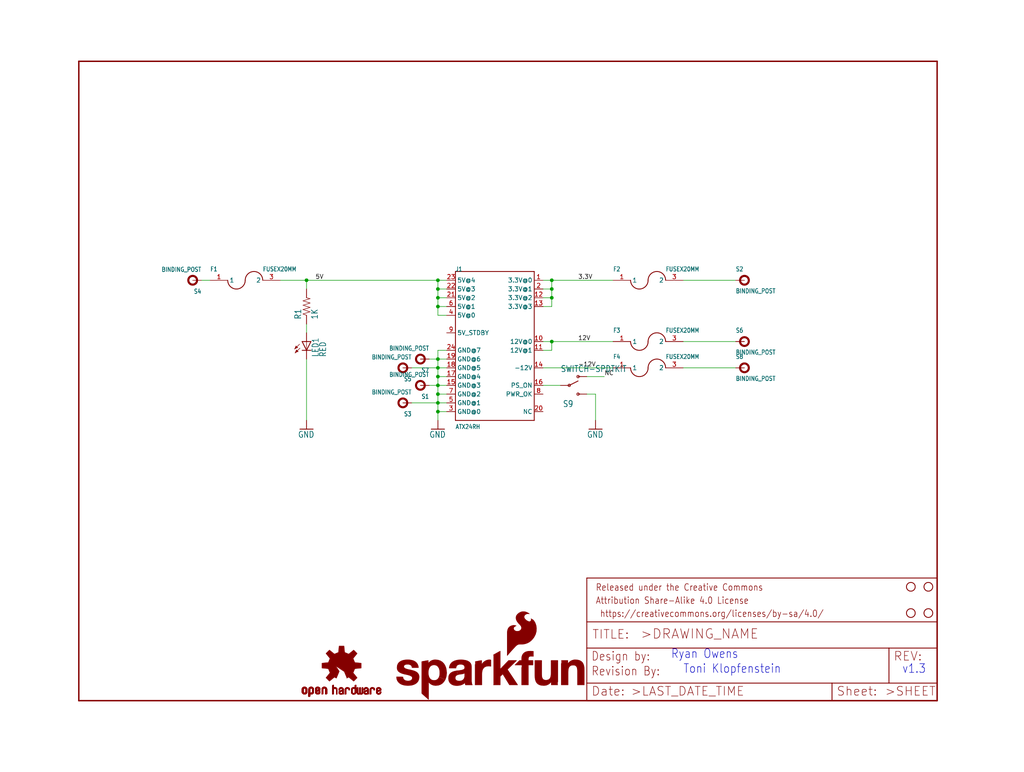
<source format=kicad_sch>
(kicad_sch (version 20211123) (generator eeschema)
  (paper "User" 297.002 223.926)
  (lib_symbols
    (symbol "eagleSchem-eagle-import:ATX24RH"
      (property "Reference" "J" (at -12.7 20.32 0))
      (property "Value" "ATX24RH" (at -12.7 -25.4 0))
      (symbol "ATX24RH_1_0"
        (pin bidirectional line (at 12.7 17.78 180) (length 2.54) (name "3.3V@0") (number "1"))
        (pin bidirectional line (at 12.7 0 180) (length 2.54) (name "12V@0") (number "10"))
        (pin bidirectional line (at 12.7 -2.54 180) (length 2.54) (name "12V@1") (number "11"))
        (pin bidirectional line (at 12.7 12.7 180) (length 2.54) (name "3.3V@2") (number "12"))
        (pin bidirectional line (at 12.7 10.16 180) (length 2.54) (name "3.3V@3") (number "13"))
        (pin bidirectional line (at 12.7 -7.62 180) (length 2.54) (name "-12V") (number "14"))
        (pin bidirectional line (at -15.24 -12.7 0) (length 2.54) (name "GND@3") (number "15"))
        (pin bidirectional line (at 12.7 -12.7 180) (length 2.54) (name "PS_ON") (number "16"))
        (pin bidirectional line (at -15.24 -10.16 0) (length 2.54) (name "GND@4") (number "17"))
        (pin bidirectional line (at -15.24 -7.62 0) (length 2.54) (name "GND@5") (number "18"))
        (pin bidirectional line (at -15.24 -5.08 0) (length 2.54) (name "GND@6") (number "19"))
        (pin bidirectional line (at 12.7 15.24 180) (length 2.54) (name "3.3V@1") (number "2"))
        (pin bidirectional line (at 12.7 -20.32 180) (length 2.54) (name "NC") (number "20"))
        (pin bidirectional line (at -15.24 12.7 0) (length 2.54) (name "5V@2") (number "21"))
        (pin bidirectional line (at -15.24 15.24 0) (length 2.54) (name "5V@3") (number "22"))
        (pin bidirectional line (at -15.24 17.78 0) (length 2.54) (name "5V@4") (number "23"))
        (pin bidirectional line (at -15.24 -2.54 0) (length 2.54) (name "GND@7") (number "24"))
        (pin bidirectional line (at -15.24 -20.32 0) (length 2.54) (name "GND@0") (number "3"))
        (pin bidirectional line (at -15.24 7.62 0) (length 2.54) (name "5V@0") (number "4"))
        (pin bidirectional line (at -15.24 -17.78 0) (length 2.54) (name "GND@1") (number "5"))
        (pin bidirectional line (at -15.24 10.16 0) (length 2.54) (name "5V@1") (number "6"))
        (pin bidirectional line (at -15.24 -15.24 0) (length 2.54) (name "GND@2") (number "7"))
        (pin bidirectional line (at 12.7 -15.24 180) (length 2.54) (name "PWR_OK") (number "8"))
        (pin bidirectional line (at -15.24 2.54 0) (length 2.54) (name "5V_STDBY") (number "9"))
      )
    )
    (symbol "eagleSchem-eagle-import:BINDING_POST"
      (property "Reference" "JP" (at -2.54 2.54 0))
      (property "Value" "BINDING_POST" (at -2.54 -3.81 0))
      (symbol "BINDING_POST_1_0"
        (pin bidirectional line (at -2.54 0 0) (length 2.54) (name "P$1") (number "P$1"))
      )
    )
    (symbol "eagleSchem-eagle-import:FRAME-LETTER"
      (symbol "FRAME-LETTER_2_0"
        (text " https://creativecommons.org/licenses/by-sa/4.0/" (at 2.54 24.13 0) (effects (font (size 1.9304 1.6408)) (justify left bottom)))
        (text ">DRAWING_NAME" (at 15.494 17.78 0) (effects (font (size 2.7432 2.7432)) (justify left bottom)))
        (text ">LAST_DATE_TIME" (at 12.7 1.27 0) (effects (font (size 2.54 2.54)) (justify left bottom)))
        (text ">SHEET" (at 86.36 1.27 0) (effects (font (size 2.54 2.54)) (justify left bottom)))
        (text "Attribution Share-Alike 4.0 License" (at 2.54 27.94 0) (effects (font (size 1.9304 1.6408)) (justify left bottom)))
        (text "Date:" (at 1.27 1.27 0) (effects (font (size 2.54 2.54)) (justify left bottom)))
        (text "Design by:" (at 1.27 11.43 0) (effects (font (size 2.54 2.159)) (justify left bottom)))
        (text "Released under the Creative Commons" (at 2.54 31.75 0) (effects (font (size 1.9304 1.6408)) (justify left bottom)))
        (text "REV:" (at 88.9 11.43 0) (effects (font (size 2.54 2.54)) (justify left bottom)))
        (text "Sheet:" (at 72.39 1.27 0) (effects (font (size 2.54 2.54)) (justify left bottom)))
        (text "TITLE:" (at 1.524 17.78 0) (effects (font (size 2.54 2.54)) (justify left bottom)))
      )
    )
    (symbol "eagleSchem-eagle-import:FUSEX20MM"
      (property "Reference" "F" (at -10.16 2.54 0))
      (property "Value" "FUSEX20MM" (at 5.08 2.54 0))
      (symbol "FUSEX20MM_1_0"
        (pin bidirectional line (at -10.16 0 0) (length 5.08) (name "1") (number "1"))
        (pin bidirectional line (at 10.16 0 180) (length 5.08) (name "2") (number "3"))
      )
    )
    (symbol "eagleSchem-eagle-import:GND" (power)
      (property "Value" "GND" (at -2.54 -2.54 0))
      (symbol "GND_1_0"
        (pin power_in line (at 0 2.54 270) (length 2.54) (name "GND") (number "1"))
      )
    )
    (symbol "eagleSchem-eagle-import:LED5MM"
      (property "Reference" "LED" (at 3.556 -4.572 90))
      (property "Value" "LED5MM" (at 5.715 -4.572 90))
      (symbol "LED5MM_1_0"
        (pin passive line (at 0 2.54 270) (length 2.54) (name "A") (number "A"))
        (pin passive line (at 0 -5.08 90) (length 2.54) (name "C") (number "K"))
      )
    )
    (symbol "eagleSchem-eagle-import:OSHW-LOGOL")
    (symbol "eagleSchem-eagle-import:RESISTORPTH1"
      (property "Reference" "R" (at -3.81 1.4986 0))
      (property "Value" "RESISTORPTH1" (at -3.81 -3.302 0))
      (symbol "RESISTORPTH1_1_0"
        (pin passive line (at -5.08 0 0) (length 2.54) (name "1") (number "P$1"))
        (pin passive line (at 5.08 0 180) (length 2.54) (name "2") (number "P$2"))
      )
    )
    (symbol "eagleSchem-eagle-import:REVISION"
      (symbol "REVISION_1_0"
        (text "Revision By: " (at 0 0 0) (effects (font (size 2.54 2.159)) (justify left bottom)))
      )
    )
    (symbol "eagleSchem-eagle-import:SFE_LOGO_NAME_FLAME.3_INCH")
    (symbol "eagleSchem-eagle-import:STAND-OFF")
    (symbol "eagleSchem-eagle-import:SWITCH-SPDTKIT"
      (property "Reference" "S" (at -1.905 -6.35 0))
      (property "Value" "SWITCH-SPDTKIT" (at -2.54 3.81 0))
      (symbol "SWITCH-SPDTKIT_1_0"
        (pin passive line (at 5.08 2.54 180) (length 2.54) (name "O") (number "1"))
        (pin passive line (at -2.54 0 0) (length 2.54) (name "P") (number "2"))
        (pin passive line (at 5.08 -2.54 180) (length 2.54) (name "S") (number "3"))
      )
    )
  )
  (junction (at 127 111.76))
  (junction (at 160.02 81.28))
  (junction (at 127 86.36))
  (junction (at 160.02 86.36))
  (junction (at 127 81.28))
  (junction (at 127 106.68))
  (junction (at 127 88.9))
  (junction (at 127 116.84))
  (junction (at 127 83.82))
  (junction (at 127 104.14))
  (junction (at 88.9 81.28))
  (junction (at 127 109.22))
  (junction (at 127 114.3))
  (junction (at 127 119.38))
  (junction (at 160.02 83.82))
  (junction (at 160.02 99.06))
  (wire (pts (xy 160.02 101.6) (xy 160.02 99.06)))
  (wire (pts (xy 60.96 81.28) (xy 58.42 81.28)))
  (wire (pts (xy 127 109.22) (xy 127 111.76)))
  (wire (pts (xy 129.54 88.9) (xy 127 88.9)))
  (wire (pts (xy 127 114.3) (xy 127 116.84)))
  (wire (pts (xy 127 86.36) (xy 127 83.82)))
  (wire (pts (xy 81.28 81.28) (xy 88.9 81.28)))
  (wire (pts (xy 157.48 86.36) (xy 160.02 86.36)))
  (wire (pts (xy 157.48 111.76) (xy 162.56 111.76)))
  (wire (pts (xy 157.48 83.82) (xy 160.02 83.82)))
  (wire (pts (xy 172.72 114.3) (xy 172.72 121.92)))
  (wire (pts (xy 127 104.14) (xy 127 106.68)))
  (wire (pts (xy 157.48 106.68) (xy 177.8 106.68)))
  (wire (pts (xy 127 119.38) (xy 127 121.92)))
  (wire (pts (xy 127 106.68) (xy 119.38 106.68)))
  (wire (pts (xy 88.9 96.52) (xy 88.9 93.98)))
  (wire (pts (xy 170.18 114.3) (xy 172.72 114.3)))
  (wire (pts (xy 129.54 114.3) (xy 127 114.3)))
  (wire (pts (xy 160.02 83.82) (xy 160.02 81.28)))
  (wire (pts (xy 129.54 86.36) (xy 127 86.36)))
  (wire (pts (xy 129.54 104.14) (xy 127 104.14)))
  (wire (pts (xy 127 81.28) (xy 88.9 81.28)))
  (wire (pts (xy 127 106.68) (xy 127 109.22)))
  (wire (pts (xy 198.12 106.68) (xy 213.36 106.68)))
  (wire (pts (xy 160.02 99.06) (xy 177.8 99.06)))
  (wire (pts (xy 160.02 86.36) (xy 160.02 83.82)))
  (wire (pts (xy 129.54 83.82) (xy 127 83.82)))
  (wire (pts (xy 198.12 81.28) (xy 213.36 81.28)))
  (wire (pts (xy 127 101.6) (xy 127 104.14)))
  (wire (pts (xy 88.9 83.82) (xy 88.9 81.28)))
  (wire (pts (xy 157.48 101.6) (xy 160.02 101.6)))
  (wire (pts (xy 127 111.76) (xy 127 114.3)))
  (wire (pts (xy 127 116.84) (xy 127 119.38)))
  (wire (pts (xy 129.54 111.76) (xy 127 111.76)))
  (wire (pts (xy 129.54 116.84) (xy 127 116.84)))
  (wire (pts (xy 127 116.84) (xy 119.38 116.84)))
  (wire (pts (xy 129.54 109.22) (xy 127 109.22)))
  (wire (pts (xy 88.9 121.92) (xy 88.9 104.14)))
  (wire (pts (xy 127 88.9) (xy 127 86.36)))
  (wire (pts (xy 129.54 106.68) (xy 127 106.68)))
  (wire (pts (xy 157.48 88.9) (xy 160.02 88.9)))
  (wire (pts (xy 198.12 99.06) (xy 213.36 99.06)))
  (wire (pts (xy 129.54 119.38) (xy 127 119.38)))
  (wire (pts (xy 129.54 101.6) (xy 127 101.6)))
  (wire (pts (xy 170.18 109.22) (xy 175.26 109.22)))
  (wire (pts (xy 157.48 99.06) (xy 160.02 99.06)))
  (wire (pts (xy 160.02 81.28) (xy 177.8 81.28)))
  (wire (pts (xy 129.54 91.44) (xy 127 91.44)))
  (wire (pts (xy 127 91.44) (xy 127 88.9)))
  (wire (pts (xy 127 104.14) (xy 124.46 104.14)))
  (wire (pts (xy 127 111.76) (xy 124.46 111.76)))
  (wire (pts (xy 129.54 81.28) (xy 127 81.28)))
  (wire (pts (xy 127 83.82) (xy 127 81.28)))
  (wire (pts (xy 160.02 88.9) (xy 160.02 86.36)))
  (wire (pts (xy 157.48 81.28) (xy 160.02 81.28)))
  (text "Toni Klopfenstein" (at 198.12 195.58 180) (effects (font (size 2.54 2.159)) (justify left bottom)))
  (text "v1.3" (at 261.62 195.58 180) (effects (font (size 2.54 2.159)) (justify left bottom)))
  (text "Ryan Owens" (at 194.564 191.262 180) (effects (font (size 2.54 2.159)) (justify left bottom)))
  (label "5V" (at 91.44 81.28 0) (effects (font (size 1.2446 1.2446))))
  (label "12V" (at 167.64 99.06 0) (effects (font (size 1.2446 1.2446))))
  (label "-12V" (at 167.64 106.68 0) (effects (font (size 1.2446 1.2446))))
  (label "3.3V" (at 167.64 81.28 0) (effects (font (size 1.2446 1.2446))))
  (label "NC" (at 175.26 109.22 0) (effects (font (size 1.2446 1.2446))))
  (symbol (lib_id "eagleSchem-eagle-import:BINDING_POST") (at 121.92 104.14 180) (unit 1)
    (property "Reference" "S7" (at 124.46 106.68 0) (effects (font (size 1.27 1.0795)) (justify left bottom)))
    (property "Value" "BINDING_POST" (at 124.46 100.33 0) (effects (font (size 1.27 1.0795)) (justify left bottom)))
    (property "Footprint" "eagleSchem:BINDING_POST" (effects hide))
  )
  (symbol (lib_id "eagleSchem-eagle-import:SFE_LOGO_NAME_FLAME.3_INCH") (at 114.3 203.2 0) (unit 1)
    (property "Reference" "JP1" (effects hide))
    (property "Value" "SFE_LOGO_NAME_FLAME.3_INCH" (effects hide))
    (property "Footprint" "eagleSchem:SFE_LOGO_NAME_FLAME_.3" (effects hide))
  )
  (symbol (lib_id "eagleSchem-eagle-import:BINDING_POST") (at 121.92 111.76 180) (unit 1)
    (property "Reference" "S1" (at 124.46 114.3 0) (effects (font (size 1.27 1.0795)) (justify left bottom)))
    (property "Value" "BINDING_POST" (at 124.46 107.95 0) (effects (font (size 1.27 1.0795)) (justify left bottom)))
    (property "Footprint" "eagleSchem:BINDING_POST" (effects hide))
  )
  (symbol (lib_id "eagleSchem-eagle-import:ATX24RH") (at 144.78 99.06 0) (unit 1)
    (property "Reference" "J1" (at 132.08 78.74 0) (effects (font (size 1.27 1.0795)) (justify left bottom)))
    (property "Value" "ATX24RH" (at 132.08 124.46 0) (effects (font (size 1.27 1.0795)) (justify left bottom)))
    (property "Footprint" "eagleSchem:ATX24_RIGHT_ANGLE" (effects hide))
  )
  (symbol (lib_id "eagleSchem-eagle-import:REVISION") (at 171.45 196.088 0) (unit 1)
    (property "Reference" "U$1" (effects hide))
    (property "Value" "REVISION" (effects hide))
    (property "Footprint" "eagleSchem:REVISION" (effects hide))
  )
  (symbol (lib_id "eagleSchem-eagle-import:FUSEX20MM") (at 187.96 81.28 0) (unit 1)
    (property "Reference" "F2" (at 177.8 78.74 0) (effects (font (size 1.27 1.0795)) (justify left bottom)))
    (property "Value" "FUSEX20MM" (at 193.04 78.74 0) (effects (font (size 1.27 1.0795)) (justify left bottom)))
    (property "Footprint" "eagleSchem:FUSE_5MM" (effects hide))
  )
  (symbol (lib_id "eagleSchem-eagle-import:STAND-OFF") (at 269.24 177.8 0) (unit 1)
    (property "Reference" "JP5" (effects hide))
    (property "Value" "STAND-OFF" (effects hide))
    (property "Footprint" "eagleSchem:STAND-OFF" (effects hide))
  )
  (symbol (lib_id "eagleSchem-eagle-import:OSHW-LOGOL") (at 99.06 193.04 0) (unit 1)
    (property "Reference" "LOGO1" (effects hide))
    (property "Value" "OSHW-LOGOL" (effects hide))
    (property "Footprint" "eagleSchem:OSHW-LOGO-L" (effects hide))
  )
  (symbol (lib_id "eagleSchem-eagle-import:FRAME-LETTER") (at 170.18 203.2 0) (unit 2)
    (property "Reference" "FRAME1" (effects hide))
    (property "Value" "FRAME-LETTER" (effects hide))
    (property "Footprint" "eagleSchem:CREATIVE_COMMONS" (effects hide))
  )
  (symbol (lib_id "eagleSchem-eagle-import:FUSEX20MM") (at 187.96 106.68 0) (unit 1)
    (property "Reference" "F4" (at 177.8 104.14 0) (effects (font (size 1.27 1.0795)) (justify left bottom)))
    (property "Value" "FUSEX20MM" (at 193.04 104.14 0) (effects (font (size 1.27 1.0795)) (justify left bottom)))
    (property "Footprint" "eagleSchem:FUSE_5MM" (effects hide))
  )
  (symbol (lib_id "eagleSchem-eagle-import:STAND-OFF") (at 264.16 177.8 0) (unit 1)
    (property "Reference" "JP3" (effects hide))
    (property "Value" "STAND-OFF" (effects hide))
    (property "Footprint" "eagleSchem:STAND-OFF" (effects hide))
  )
  (symbol (lib_id "eagleSchem-eagle-import:STAND-OFF") (at 264.16 170.18 0) (unit 1)
    (property "Reference" "JP4" (effects hide))
    (property "Value" "STAND-OFF" (effects hide))
    (property "Footprint" "eagleSchem:STAND-OFF" (effects hide))
  )
  (symbol (lib_id "eagleSchem-eagle-import:FUSEX20MM") (at 71.12 81.28 0) (unit 1)
    (property "Reference" "F1" (at 60.96 78.74 0) (effects (font (size 1.27 1.0795)) (justify left bottom)))
    (property "Value" "FUSEX20MM" (at 76.2 78.74 0) (effects (font (size 1.27 1.0795)) (justify left bottom)))
    (property "Footprint" "eagleSchem:FUSE_5MM" (effects hide))
  )
  (symbol (lib_id "eagleSchem-eagle-import:LED5MM") (at 88.9 99.06 0) (unit 1)
    (property "Reference" "LED1" (at 92.456 103.632 90) (effects (font (size 1.778 1.5113)) (justify left bottom)))
    (property "Value" "RED" (at 94.615 103.632 90) (effects (font (size 1.778 1.5113)) (justify left bottom)))
    (property "Footprint" "eagleSchem:LED5MM" (effects hide))
  )
  (symbol (lib_id "eagleSchem-eagle-import:FUSEX20MM") (at 187.96 99.06 0) (unit 1)
    (property "Reference" "F3" (at 177.8 96.52 0) (effects (font (size 1.27 1.0795)) (justify left bottom)))
    (property "Value" "FUSEX20MM" (at 193.04 96.52 0) (effects (font (size 1.27 1.0795)) (justify left bottom)))
    (property "Footprint" "eagleSchem:FUSE_5MM" (effects hide))
  )
  (symbol (lib_id "eagleSchem-eagle-import:BINDING_POST") (at 215.9 99.06 0) (unit 1)
    (property "Reference" "S6" (at 213.36 96.52 0) (effects (font (size 1.27 1.0795)) (justify left bottom)))
    (property "Value" "BINDING_POST" (at 213.36 102.87 0) (effects (font (size 1.27 1.0795)) (justify left bottom)))
    (property "Footprint" "eagleSchem:BINDING_POST" (effects hide))
  )
  (symbol (lib_id "eagleSchem-eagle-import:RESISTORPTH1") (at 88.9 88.9 90) (unit 1)
    (property "Reference" "R1" (at 87.4014 92.71 0) (effects (font (size 1.778 1.5113)) (justify left bottom)))
    (property "Value" "1K" (at 92.202 92.71 0) (effects (font (size 1.778 1.5113)) (justify left bottom)))
    (property "Footprint" "eagleSchem:AXIAL-0.3" (effects hide))
  )
  (symbol (lib_id "eagleSchem-eagle-import:BINDING_POST") (at 116.84 116.84 180) (unit 1)
    (property "Reference" "S3" (at 119.38 119.38 0) (effects (font (size 1.27 1.0795)) (justify left bottom)))
    (property "Value" "BINDING_POST" (at 119.38 113.03 0) (effects (font (size 1.27 1.0795)) (justify left bottom)))
    (property "Footprint" "eagleSchem:BINDING_POST" (effects hide))
  )
  (symbol (lib_id "eagleSchem-eagle-import:FRAME-LETTER") (at 22.86 203.2 0) (unit 1)
    (property "Reference" "FRAME1" (effects hide))
    (property "Value" "FRAME-LETTER" (effects hide))
    (property "Footprint" "eagleSchem:CREATIVE_COMMONS" (effects hide))
  )
  (symbol (lib_id "eagleSchem-eagle-import:STAND-OFF") (at 269.24 170.18 0) (unit 1)
    (property "Reference" "JP2" (effects hide))
    (property "Value" "STAND-OFF" (effects hide))
    (property "Footprint" "eagleSchem:STAND-OFF" (effects hide))
  )
  (symbol (lib_id "eagleSchem-eagle-import:SWITCH-SPDTKIT") (at 165.1 111.76 0) (unit 1)
    (property "Reference" "S9" (at 163.195 118.11 0) (effects (font (size 1.778 1.5113)) (justify left bottom)))
    (property "Value" "SWITCH-SPDTKIT" (at 162.56 107.95 0) (effects (font (size 1.778 1.5113)) (justify left bottom)))
    (property "Footprint" "eagleSchem:SWITCH-SPDT_KIT" (effects hide))
  )
  (symbol (lib_id "eagleSchem-eagle-import:GND") (at 88.9 124.46 0) (unit 1)
    (property "Reference" "#GND3" (effects hide))
    (property "Value" "GND" (at 86.36 127 0) (effects (font (size 1.778 1.5113)) (justify left bottom)))
    (property "Footprint" "eagleSchem:" (effects hide))
  )
  (symbol (lib_id "eagleSchem-eagle-import:BINDING_POST") (at 215.9 81.28 0) (unit 1)
    (property "Reference" "S2" (at 213.36 78.74 0) (effects (font (size 1.27 1.0795)) (justify left bottom)))
    (property "Value" "BINDING_POST" (at 213.36 85.09 0) (effects (font (size 1.27 1.0795)) (justify left bottom)))
    (property "Footprint" "eagleSchem:BINDING_POST" (effects hide))
  )
  (symbol (lib_id "eagleSchem-eagle-import:GND") (at 172.72 124.46 0) (unit 1)
    (property "Reference" "#GND2" (effects hide))
    (property "Value" "GND" (at 170.18 127 0) (effects (font (size 1.778 1.5113)) (justify left bottom)))
    (property "Footprint" "eagleSchem:" (effects hide))
  )
  (symbol (lib_id "eagleSchem-eagle-import:GND") (at 127 124.46 0) (unit 1)
    (property "Reference" "#GND1" (effects hide))
    (property "Value" "GND" (at 124.46 127 0) (effects (font (size 1.778 1.5113)) (justify left bottom)))
    (property "Footprint" "eagleSchem:" (effects hide))
  )
  (symbol (lib_id "eagleSchem-eagle-import:BINDING_POST") (at 55.88 81.28 180) (unit 1)
    (property "Reference" "S4" (at 58.42 83.82 0) (effects (font (size 1.27 1.0795)) (justify left bottom)))
    (property "Value" "BINDING_POST" (at 58.42 77.47 0) (effects (font (size 1.27 1.0795)) (justify left bottom)))
    (property "Footprint" "eagleSchem:BINDING_POST" (effects hide))
  )
  (symbol (lib_id "eagleSchem-eagle-import:BINDING_POST") (at 116.84 106.68 180) (unit 1)
    (property "Reference" "S5" (at 119.38 109.22 0) (effects (font (size 1.27 1.0795)) (justify left bottom)))
    (property "Value" "BINDING_POST" (at 119.38 102.87 0) (effects (font (size 1.27 1.0795)) (justify left bottom)))
    (property "Footprint" "eagleSchem:BINDING_POST" (effects hide))
  )
  (symbol (lib_id "eagleSchem-eagle-import:BINDING_POST") (at 215.9 106.68 0) (unit 1)
    (property "Reference" "S8" (at 213.36 104.14 0) (effects (font (size 1.27 1.0795)) (justify left bottom)))
    (property "Value" "BINDING_POST" (at 213.36 110.49 0) (effects (font (size 1.27 1.0795)) (justify left bottom)))
    (property "Footprint" "eagleSchem:BINDING_POST" (effects hide))
  )
)
</source>
